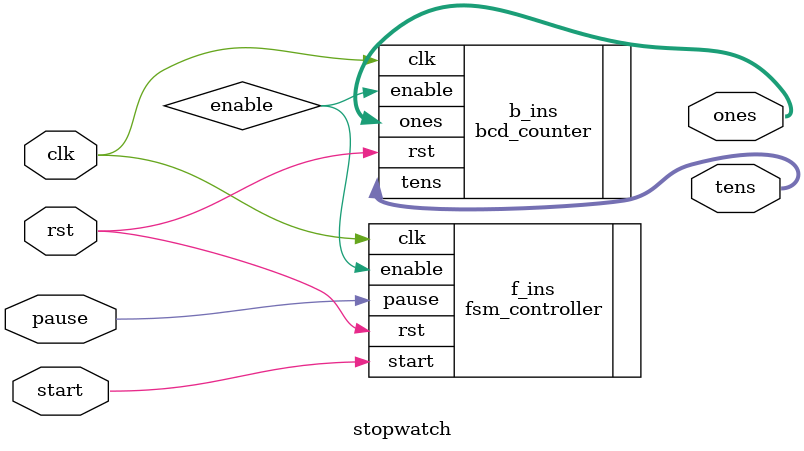
<source format=v>
`timescale 1ns / 1ps


module stopwatch(
    input clk,
    input rst,
    input start,
    input pause,
    output [3:0] ones,
    output [3:0] tens
    );
    
    wire enable;
    
    fsm_controller f_ins(.clk(clk),
    .rst(rst),
    .start(start),
    .pause(pause),
    .enable(enable));
    
    bcd_counter b_ins(.clk(clk),
    .rst(rst),
    .enable(enable),
    .ones(ones),
    .tens(tens));
    
  endmodule   

</source>
